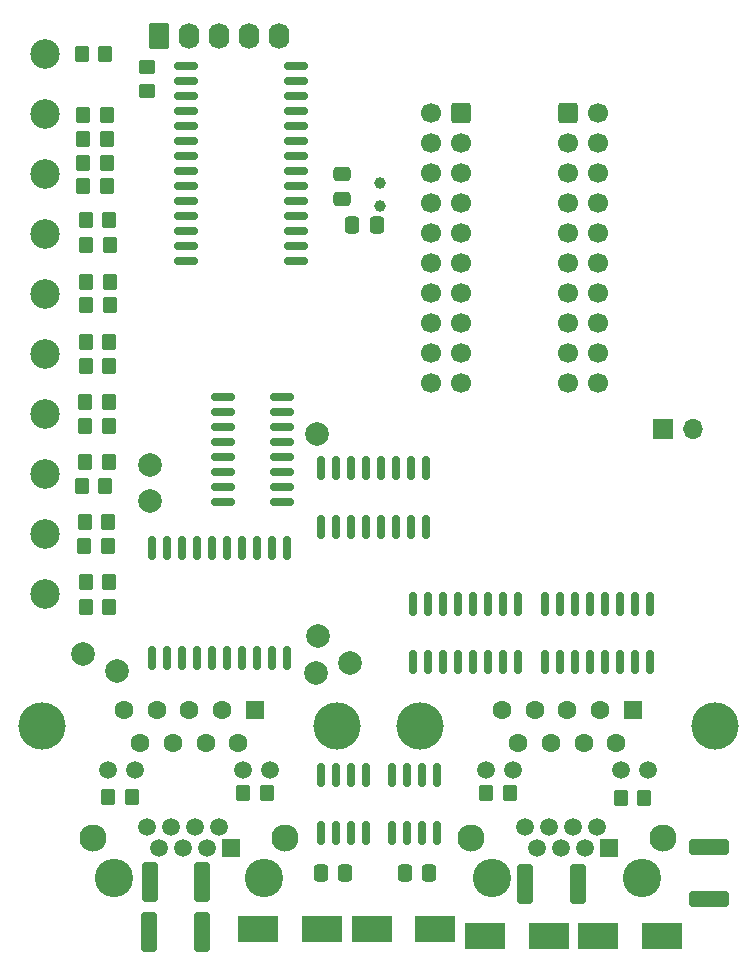
<source format=gbr>
%TF.GenerationSoftware,KiCad,Pcbnew,(6.0.1)*%
%TF.CreationDate,2022-02-14T21:44:02+00:00*%
%TF.ProjectId,module-io,6d6f6475-6c65-42d6-996f-2e6b69636164,rev?*%
%TF.SameCoordinates,Original*%
%TF.FileFunction,Soldermask,Bot*%
%TF.FilePolarity,Negative*%
%FSLAX46Y46*%
G04 Gerber Fmt 4.6, Leading zero omitted, Abs format (unit mm)*
G04 Created by KiCad (PCBNEW (6.0.1)) date 2022-02-14 21:44:02*
%MOMM*%
%LPD*%
G01*
G04 APERTURE LIST*
G04 Aperture macros list*
%AMRoundRect*
0 Rectangle with rounded corners*
0 $1 Rounding radius*
0 $2 $3 $4 $5 $6 $7 $8 $9 X,Y pos of 4 corners*
0 Add a 4 corners polygon primitive as box body*
4,1,4,$2,$3,$4,$5,$6,$7,$8,$9,$2,$3,0*
0 Add four circle primitives for the rounded corners*
1,1,$1+$1,$2,$3*
1,1,$1+$1,$4,$5*
1,1,$1+$1,$6,$7*
1,1,$1+$1,$8,$9*
0 Add four rect primitives between the rounded corners*
20,1,$1+$1,$2,$3,$4,$5,0*
20,1,$1+$1,$4,$5,$6,$7,0*
20,1,$1+$1,$6,$7,$8,$9,0*
20,1,$1+$1,$8,$9,$2,$3,0*%
G04 Aperture macros list end*
%ADD10RoundRect,0.250000X0.400000X1.450000X-0.400000X1.450000X-0.400000X-1.450000X0.400000X-1.450000X0*%
%ADD11RoundRect,0.250000X1.450000X-0.400000X1.450000X0.400000X-1.450000X0.400000X-1.450000X-0.400000X0*%
%ADD12R,3.500000X2.300000*%
%ADD13C,4.000000*%
%ADD14R,1.600000X1.600000*%
%ADD15C,1.600000*%
%ADD16C,3.250000*%
%ADD17R,1.500000X1.500000*%
%ADD18C,1.500000*%
%ADD19C,2.300000*%
%ADD20RoundRect,0.250000X-0.620000X-0.845000X0.620000X-0.845000X0.620000X0.845000X-0.620000X0.845000X0*%
%ADD21O,1.740000X2.190000*%
%ADD22RoundRect,0.250000X-0.600000X-0.600000X0.600000X-0.600000X0.600000X0.600000X-0.600000X0.600000X0*%
%ADD23C,1.700000*%
%ADD24C,2.500000*%
%ADD25R,1.700000X1.700000*%
%ADD26O,1.700000X1.700000*%
%ADD27C,1.000000*%
%ADD28RoundRect,0.250000X0.475000X-0.337500X0.475000X0.337500X-0.475000X0.337500X-0.475000X-0.337500X0*%
%ADD29RoundRect,0.250000X0.337500X0.475000X-0.337500X0.475000X-0.337500X-0.475000X0.337500X-0.475000X0*%
%ADD30RoundRect,0.250000X-0.337500X-0.475000X0.337500X-0.475000X0.337500X0.475000X-0.337500X0.475000X0*%
%ADD31RoundRect,0.150000X0.875000X0.150000X-0.875000X0.150000X-0.875000X-0.150000X0.875000X-0.150000X0*%
%ADD32RoundRect,0.250000X0.600000X0.600000X-0.600000X0.600000X-0.600000X-0.600000X0.600000X-0.600000X0*%
%ADD33RoundRect,0.250000X0.350000X0.450000X-0.350000X0.450000X-0.350000X-0.450000X0.350000X-0.450000X0*%
%ADD34RoundRect,0.250000X-0.350000X-0.450000X0.350000X-0.450000X0.350000X0.450000X-0.350000X0.450000X0*%
%ADD35RoundRect,0.250000X0.450000X-0.350000X0.450000X0.350000X-0.450000X0.350000X-0.450000X-0.350000X0*%
%ADD36C,2.000000*%
%ADD37RoundRect,0.150000X-0.150000X0.825000X-0.150000X-0.825000X0.150000X-0.825000X0.150000X0.825000X0*%
%ADD38RoundRect,0.150000X0.150000X-0.825000X0.150000X0.825000X-0.150000X0.825000X-0.150000X-0.825000X0*%
%ADD39RoundRect,0.150000X-0.825000X-0.150000X0.825000X-0.150000X0.825000X0.150000X-0.825000X0.150000X0*%
%ADD40RoundRect,0.150000X0.150000X-0.875000X0.150000X0.875000X-0.150000X0.875000X-0.150000X-0.875000X0*%
G04 APERTURE END LIST*
D10*
%TO.C,F4*%
X171850000Y-99800000D03*
X167400000Y-99800000D03*
%TD*%
D11*
%TO.C,F3*%
X183000000Y-101050000D03*
X183000000Y-96600000D03*
%TD*%
D10*
%TO.C,F2*%
X140025000Y-103800000D03*
X135575000Y-103800000D03*
%TD*%
%TO.C,F1*%
X140050000Y-99600000D03*
X135600000Y-99600000D03*
%TD*%
D12*
%TO.C,D28*%
X179000000Y-104200000D03*
X173600000Y-104200000D03*
%TD*%
%TO.C,D27*%
X144800000Y-103600000D03*
X150200000Y-103600000D03*
%TD*%
%TO.C,D26*%
X169400000Y-104200000D03*
X164000000Y-104200000D03*
%TD*%
%TO.C,D25*%
X159800000Y-103600000D03*
X154400000Y-103600000D03*
%TD*%
D13*
%TO.C,J4*%
X126460000Y-86420000D03*
X151460000Y-86420000D03*
D14*
X144500000Y-85000000D03*
D15*
X141730000Y-85000000D03*
X138960000Y-85000000D03*
X136190000Y-85000000D03*
X133420000Y-85000000D03*
X143115000Y-87840000D03*
X140345000Y-87840000D03*
X137575000Y-87840000D03*
X134805000Y-87840000D03*
%TD*%
D13*
%TO.C,J5*%
X158460000Y-86420000D03*
X183460000Y-86420000D03*
D14*
X176500000Y-85000000D03*
D15*
X173730000Y-85000000D03*
X170960000Y-85000000D03*
X168190000Y-85000000D03*
X165420000Y-85000000D03*
X175115000Y-87840000D03*
X172345000Y-87840000D03*
X169575000Y-87840000D03*
X166805000Y-87840000D03*
%TD*%
D16*
%TO.C,J6*%
X132605000Y-99255000D03*
X145305000Y-99255000D03*
D17*
X142515000Y-96715000D03*
D18*
X141499000Y-94935000D03*
X140483000Y-96715000D03*
X139467000Y-94935000D03*
X138451000Y-96715000D03*
X137435000Y-94935000D03*
X136419000Y-96715000D03*
X135403000Y-94935000D03*
X145815000Y-90115000D03*
X143525000Y-90115000D03*
X134385000Y-90115000D03*
X132095000Y-90115000D03*
D19*
X130825000Y-95825000D03*
X147085000Y-95825000D03*
%TD*%
D16*
%TO.C,J7*%
X177290000Y-99290000D03*
X164590000Y-99290000D03*
D17*
X174500000Y-96750000D03*
D18*
X173484000Y-94970000D03*
X172468000Y-96750000D03*
X171452000Y-94970000D03*
X170436000Y-96750000D03*
X169420000Y-94970000D03*
X168404000Y-96750000D03*
X167388000Y-94970000D03*
X177800000Y-90150000D03*
X175510000Y-90150000D03*
X166370000Y-90150000D03*
X164080000Y-90150000D03*
D19*
X179070000Y-95860000D03*
X162810000Y-95860000D03*
%TD*%
D20*
%TO.C,J8*%
X136398000Y-28000000D03*
D21*
X138938000Y-28000000D03*
X141478000Y-28000000D03*
X144018000Y-28000000D03*
X146558000Y-28000000D03*
%TD*%
D22*
%TO.C,J10*%
X171000000Y-34500000D03*
D23*
X173540000Y-34500000D03*
X171000000Y-37040000D03*
X173540000Y-37040000D03*
X171000000Y-39580000D03*
X173540000Y-39580000D03*
X171000000Y-42120000D03*
X173540000Y-42120000D03*
X171000000Y-44660000D03*
X173540000Y-44660000D03*
X171000000Y-47200000D03*
X173540000Y-47200000D03*
X171000000Y-49740000D03*
X173540000Y-49740000D03*
X171000000Y-52280000D03*
X173540000Y-52280000D03*
X171000000Y-54820000D03*
X173540000Y-54820000D03*
X171000000Y-57360000D03*
X173540000Y-57360000D03*
%TD*%
D24*
%TO.C,H1*%
X126730000Y-29480000D03*
%TD*%
%TO.C,H2*%
X126730000Y-34570000D03*
%TD*%
%TO.C,H3*%
X126730000Y-39640000D03*
%TD*%
%TO.C,H4*%
X126740000Y-44730000D03*
%TD*%
%TO.C,H6*%
X126740000Y-54890000D03*
%TD*%
%TO.C,H9*%
X126730000Y-70130000D03*
%TD*%
%TO.C,H10*%
X126730000Y-75210000D03*
%TD*%
%TO.C,H5*%
X126730000Y-49810000D03*
%TD*%
%TO.C,H8*%
X126730000Y-65050000D03*
%TD*%
%TO.C,H7*%
X126730000Y-59970000D03*
%TD*%
D25*
%TO.C,J11*%
X179070000Y-61214000D03*
D26*
X181610000Y-61214000D03*
%TD*%
D27*
%TO.C,Y1*%
X155125000Y-42325000D03*
X155125000Y-40425000D03*
%TD*%
D28*
%TO.C,C1*%
X151925000Y-41725000D03*
X151925000Y-39650000D03*
%TD*%
D29*
%TO.C,C2*%
X154825000Y-44000000D03*
X152750000Y-44000000D03*
%TD*%
D30*
%TO.C,C3*%
X152146000Y-98806000D03*
X150071000Y-98806000D03*
%TD*%
%TO.C,C4*%
X157204500Y-98806000D03*
X159279500Y-98806000D03*
%TD*%
D31*
%TO.C,IC1*%
X148000000Y-30500000D03*
X148000000Y-31770000D03*
X148000000Y-33040000D03*
X148000000Y-34310000D03*
X148000000Y-35580000D03*
X148000000Y-36850000D03*
X148000000Y-38120000D03*
X148000000Y-39390000D03*
X148000000Y-40660000D03*
X148000000Y-41930000D03*
X148000000Y-43200000D03*
X148000000Y-44470000D03*
X148000000Y-45740000D03*
X148000000Y-47010000D03*
X138700000Y-47010000D03*
X138700000Y-45740000D03*
X138700000Y-44470000D03*
X138700000Y-43200000D03*
X138700000Y-41930000D03*
X138700000Y-40660000D03*
X138700000Y-39390000D03*
X138700000Y-38120000D03*
X138700000Y-36850000D03*
X138700000Y-35580000D03*
X138700000Y-34310000D03*
X138700000Y-33040000D03*
X138700000Y-31770000D03*
X138700000Y-30500000D03*
%TD*%
D32*
%TO.C,J9*%
X161940000Y-34500000D03*
D23*
X159400000Y-34500000D03*
X161940000Y-37040000D03*
X159400000Y-37040000D03*
X161940000Y-39580000D03*
X159400000Y-39580000D03*
X161940000Y-42120000D03*
X159400000Y-42120000D03*
X161940000Y-44660000D03*
X159400000Y-44660000D03*
X161940000Y-47200000D03*
X159400000Y-47200000D03*
X161940000Y-49740000D03*
X159400000Y-49740000D03*
X161940000Y-52280000D03*
X159400000Y-52280000D03*
X161940000Y-54820000D03*
X159400000Y-54820000D03*
X161940000Y-57360000D03*
X159400000Y-57360000D03*
%TD*%
D33*
%TO.C,R1*%
X131850000Y-29500000D03*
X129850000Y-29500000D03*
%TD*%
%TO.C,R3*%
X131975000Y-34625000D03*
X129975000Y-34625000D03*
%TD*%
%TO.C,R7*%
X131975000Y-36650000D03*
X129975000Y-36650000D03*
%TD*%
D34*
%TO.C,R8*%
X130200000Y-43575000D03*
X132200000Y-43575000D03*
%TD*%
%TO.C,R9*%
X130225000Y-48775000D03*
X132225000Y-48775000D03*
%TD*%
%TO.C,R10*%
X130200000Y-53875000D03*
X132200000Y-53875000D03*
%TD*%
%TO.C,R11*%
X130150000Y-58925000D03*
X132150000Y-58925000D03*
%TD*%
%TO.C,R12*%
X130125000Y-64050000D03*
X132125000Y-64050000D03*
%TD*%
%TO.C,R13*%
X130100000Y-69150000D03*
X132100000Y-69150000D03*
%TD*%
%TO.C,R15*%
X130175000Y-74225000D03*
X132175000Y-74225000D03*
%TD*%
D33*
%TO.C,R17*%
X131975000Y-40675000D03*
X129975000Y-40675000D03*
%TD*%
%TO.C,R18*%
X132225000Y-45650000D03*
X130225000Y-45650000D03*
%TD*%
%TO.C,R19*%
X132225000Y-50750000D03*
X130225000Y-50750000D03*
%TD*%
%TO.C,R20*%
X132200000Y-55875000D03*
X130200000Y-55875000D03*
%TD*%
%TO.C,R21*%
X132150000Y-61025000D03*
X130150000Y-61025000D03*
%TD*%
%TO.C,R22*%
X131850000Y-66075000D03*
X129850000Y-66075000D03*
%TD*%
%TO.C,R23*%
X132075000Y-71150000D03*
X130075000Y-71150000D03*
%TD*%
%TO.C,R24*%
X132200000Y-76275000D03*
X130200000Y-76275000D03*
%TD*%
D34*
%TO.C,R25*%
X143550000Y-92050000D03*
X145550000Y-92050000D03*
%TD*%
%TO.C,R27*%
X132100000Y-92400000D03*
X134100000Y-92400000D03*
%TD*%
%TO.C,R28*%
X164100000Y-92050000D03*
X166100000Y-92050000D03*
%TD*%
D35*
%TO.C,R29*%
X135400000Y-32600000D03*
X135400000Y-30600000D03*
%TD*%
D36*
%TO.C,TP12*%
X132875000Y-81750000D03*
%TD*%
%TO.C,TP14*%
X129950000Y-80250000D03*
%TD*%
%TO.C,TP15*%
X135636000Y-64262000D03*
%TD*%
%TO.C,TP16*%
X135636000Y-67375000D03*
%TD*%
%TO.C,TP18*%
X149860000Y-78740000D03*
%TD*%
%TO.C,TP19*%
X149650000Y-81875000D03*
%TD*%
D37*
%TO.C,U1*%
X150095000Y-90525000D03*
X151365000Y-90525000D03*
X152635000Y-90525000D03*
X153905000Y-90525000D03*
X153905000Y-95475000D03*
X152635000Y-95475000D03*
X151365000Y-95475000D03*
X150095000Y-95475000D03*
%TD*%
%TO.C,U2*%
X156095000Y-90525000D03*
X157365000Y-90525000D03*
X158635000Y-90525000D03*
X159905000Y-90525000D03*
X159905000Y-95475000D03*
X158635000Y-95475000D03*
X157365000Y-95475000D03*
X156095000Y-95475000D03*
%TD*%
%TO.C,U3*%
X169055000Y-76025000D03*
X170325000Y-76025000D03*
X171595000Y-76025000D03*
X172865000Y-76025000D03*
X174135000Y-76025000D03*
X175405000Y-76025000D03*
X176675000Y-76025000D03*
X177945000Y-76025000D03*
X177945000Y-80975000D03*
X176675000Y-80975000D03*
X175405000Y-80975000D03*
X174135000Y-80975000D03*
X172865000Y-80975000D03*
X171595000Y-80975000D03*
X170325000Y-80975000D03*
X169055000Y-80975000D03*
%TD*%
D38*
%TO.C,U4*%
X159040000Y-69500000D03*
X157770000Y-69500000D03*
X156500000Y-69500000D03*
X155230000Y-69500000D03*
X153960000Y-69500000D03*
X152690000Y-69500000D03*
X151420000Y-69500000D03*
X150150000Y-69500000D03*
X150150000Y-64550000D03*
X151420000Y-64550000D03*
X152690000Y-64550000D03*
X153960000Y-64550000D03*
X155230000Y-64550000D03*
X156500000Y-64550000D03*
X157770000Y-64550000D03*
X159040000Y-64550000D03*
%TD*%
D37*
%TO.C,U6*%
X157920000Y-76050000D03*
X159190000Y-76050000D03*
X160460000Y-76050000D03*
X161730000Y-76050000D03*
X163000000Y-76050000D03*
X164270000Y-76050000D03*
X165540000Y-76050000D03*
X166810000Y-76050000D03*
X166810000Y-81000000D03*
X165540000Y-81000000D03*
X164270000Y-81000000D03*
X163000000Y-81000000D03*
X161730000Y-81000000D03*
X160460000Y-81000000D03*
X159190000Y-81000000D03*
X157920000Y-81000000D03*
%TD*%
D39*
%TO.C,U8*%
X141825000Y-67395000D03*
X141825000Y-66125000D03*
X141825000Y-64855000D03*
X141825000Y-63585000D03*
X141825000Y-62315000D03*
X141825000Y-61045000D03*
X141825000Y-59775000D03*
X141825000Y-58505000D03*
X146775000Y-58505000D03*
X146775000Y-59775000D03*
X146775000Y-61045000D03*
X146775000Y-62315000D03*
X146775000Y-63585000D03*
X146775000Y-64855000D03*
X146775000Y-66125000D03*
X146775000Y-67395000D03*
%TD*%
D34*
%TO.C,R26*%
X175500000Y-92500000D03*
X177500000Y-92500000D03*
%TD*%
D40*
%TO.C,U7*%
X147215000Y-80650000D03*
X145945000Y-80650000D03*
X144675000Y-80650000D03*
X143405000Y-80650000D03*
X142135000Y-80650000D03*
X140865000Y-80650000D03*
X139595000Y-80650000D03*
X138325000Y-80650000D03*
X137055000Y-80650000D03*
X135785000Y-80650000D03*
X135785000Y-71350000D03*
X137055000Y-71350000D03*
X138325000Y-71350000D03*
X139595000Y-71350000D03*
X140865000Y-71350000D03*
X142135000Y-71350000D03*
X143405000Y-71350000D03*
X144675000Y-71350000D03*
X145945000Y-71350000D03*
X147215000Y-71350000D03*
%TD*%
D36*
%TO.C,TP20*%
X152600000Y-81075000D03*
%TD*%
%TO.C,TP17*%
X149750000Y-61700000D03*
%TD*%
D34*
%TO.C,R6*%
X129975000Y-38700000D03*
X131975000Y-38700000D03*
%TD*%
M02*

</source>
